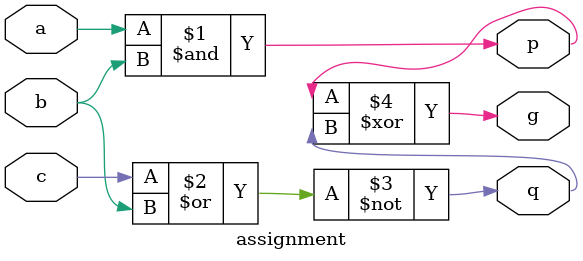
<source format=v>
module assignment(a,b,c,p,q,g);
input a,b,c;
output p,q,g;

assign p = (a&b);
assign q = ~(c|b);
assign g = (p^q);

endmodule


</source>
